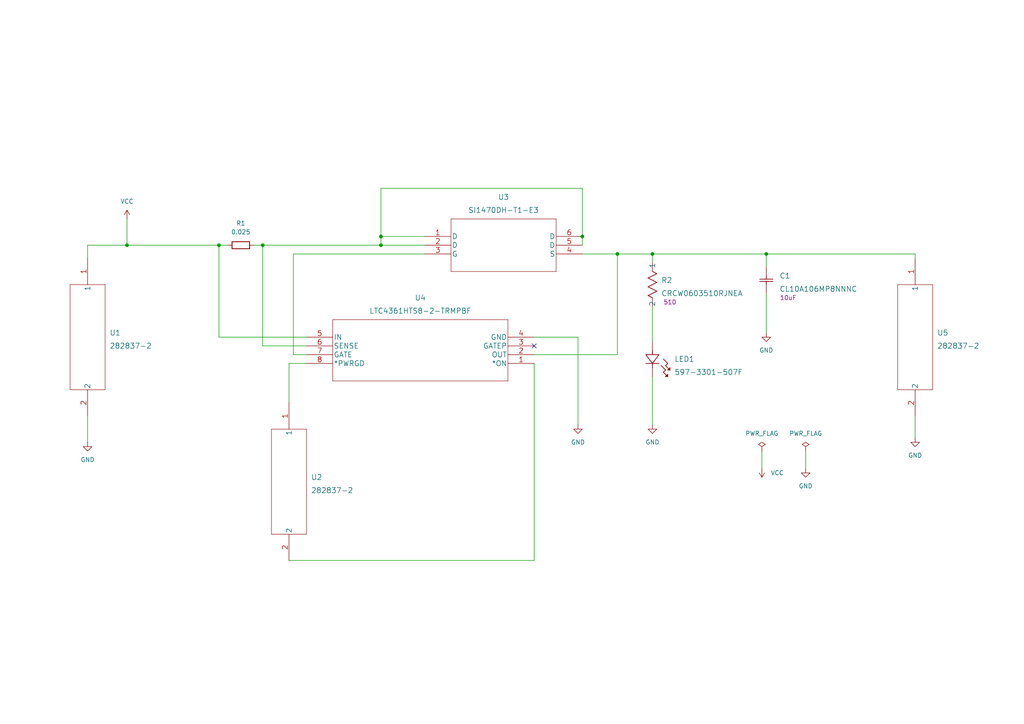
<source format=kicad_sch>
(kicad_sch (version 20211123) (generator eeschema)
  (paper "A4")
  (lib_symbols
    (symbol "282837-2:282837-2" (pin_names (offset 0.254))
      (property "Reference" "U" (at 22.86 10.16 0))
      (property "Value" "282837-2" (at 22.86 7.62 0))
      (symbol "282837-2_1_1"
        (polyline (pts (xy 7.62 -5.08) (xy 38.1 -5.08)) (stroke (width 0.127)))
        (polyline (pts (xy 7.62 5.08) (xy 7.62 -5.08)) (stroke (width 0.127)))
        (polyline (pts (xy 38.1 -5.08) (xy 38.1 5.08)) (stroke (width 0.127)))
        (polyline (pts (xy 38.1 5.08) (xy 7.62 5.08)) (stroke (width 0.127)))
        (pin unspecified line (at 0 0 0) (length 7.62) (name "1") (number "1"))
        (pin unspecified line (at 45.72 0 180) (length 7.62) (name "2") (number "2"))
      )
    )
    (symbol "597-3301-507F:597-3301-507F" (pin_numbers hide) (pin_names hide)
      (property "Reference" "LED" (at 5.08 -4.445 0))
      (property "Value" "597-3301-507F" (at 5.08 -7.62 0))
      (symbol "597-3301-507F_1_1"
        (polyline (pts (xy 2.54 0) (xy 3.4798 0)) (stroke (width 0.2032)))
        (polyline (pts (xy 3.175 0) (xy 3.81 0)) (stroke (width 0.2032)))
        (polyline (pts (xy 3.81 -1.905) (xy 6.35 0)) (stroke (width 0.2032)))
        (polyline (pts (xy 3.81 1.905) (xy 3.81 -1.905)) (stroke (width 0.2032)))
        (polyline (pts (xy 5.08 3.175) (xy 6.35 4.445)) (stroke (width 0.2032)))
        (polyline (pts (xy 6.35 -1.905) (xy 6.35 1.905)) (stroke (width 0.2032)))
        (polyline (pts (xy 6.35 0) (xy 3.81 1.905)) (stroke (width 0.2032)))
        (polyline (pts (xy 6.35 0) (xy 7.62 0)) (stroke (width 0.2032)))
        (polyline (pts (xy 6.35 4.445) (xy 6.985 3.81)) (stroke (width 0.2032)))
        (polyline (pts (xy 6.985 2.54) (xy 8.255 3.81)) (stroke (width 0.2032)))
        (polyline (pts (xy 6.985 3.81) (xy 8.255 5.08)) (stroke (width 0.2032)))
        (polyline (pts (xy 7.62 5.08) (xy 8.255 4.445)) (stroke (width 0.2032)))
        (polyline (pts (xy 8.255 3.81) (xy 8.89 3.175)) (stroke (width 0.2032)))
        (polyline (pts (xy 8.255 4.445) (xy 8.255 5.08)) (stroke (width 0.2032)))
        (polyline (pts (xy 8.255 5.08) (xy 7.62 5.08)) (stroke (width 0.2032)))
        (polyline (pts (xy 8.89 3.175) (xy 10.16 4.445)) (stroke (width 0.2032)))
        (polyline (pts (xy 9.525 4.445) (xy 10.16 3.81)) (stroke (width 0.2032)))
        (polyline (pts (xy 10.16 3.81) (xy 10.16 4.445)) (stroke (width 0.2032)))
        (polyline (pts (xy 10.16 4.445) (xy 9.525 4.445)) (stroke (width 0.2032)))
        (pin unspecified line (at 10.16 0 180) (length 2.54) (name "1") (number "1"))
        (pin unspecified line (at 0 0 0) (length 2.54) (name "2") (number "2"))
      )
    )
    (symbol "CL10A106MP8NNNC:CL10A106MP8NNNC" (pin_numbers hide) (pin_names (offset 1.651) hide)
      (property "Reference" "C" (at 3.81 3.81 0))
      (property "Value" "CL10A106MP8NNNC" (at 3.81 -7.62 0))
      (symbol "CL10A106MP8NNNC_1_1"
        (polyline (pts (xy 2.54 0) (xy 3.4798 0)) (stroke (width 0.2032)))
        (polyline (pts (xy 3.4798 -1.905) (xy 3.4798 1.905)) (stroke (width 0.2032)))
        (polyline (pts (xy 4.1148 -1.905) (xy 4.1148 1.905)) (stroke (width 0.2032)))
        (polyline (pts (xy 4.1148 0) (xy 5.08 0)) (stroke (width 0.2032)))
        (pin unspecified line (at 0 0 0) (length 2.54) (name "1") (number "1"))
        (pin unspecified line (at 7.62 0 180) (length 2.54) (name "2") (number "2"))
      )
    )
    (symbol "CRCW0603510RJNEA:CRCW0603510RJNEA" (pin_numbers hide) (pin_names (offset -2.54))
      (property "Reference" "R" (at 5.715 3.81 0))
      (property "Value" "CRCW0603510RJNEA" (at 6.35 -6.985 0))
      (symbol "CRCW0603510RJNEA_1_1"
        (polyline (pts (xy 2.54 0) (xy 3.175 1.27)) (stroke (width 0.2032)))
        (polyline (pts (xy 3.175 1.27) (xy 4.445 -1.27)) (stroke (width 0.2032)))
        (polyline (pts (xy 4.445 -1.27) (xy 5.715 1.27)) (stroke (width 0.2032)))
        (polyline (pts (xy 5.715 1.27) (xy 6.985 -1.27)) (stroke (width 0.2032)))
        (polyline (pts (xy 6.985 -1.27) (xy 8.255 1.27)) (stroke (width 0.2032)))
        (polyline (pts (xy 8.255 1.27) (xy 9.525 -1.27)) (stroke (width 0.2032)))
        (polyline (pts (xy 9.525 -1.27) (xy 10.16 0)) (stroke (width 0.2032)))
        (pin unspecified line (at 12.7 0 180) (length 2.54) (name "1") (number "1"))
        (pin unspecified line (at 0 0 0) (length 2.54) (name "2") (number "2"))
      )
    )
    (symbol "Device:R" (pin_numbers hide) (pin_names (offset 0))
      (property "Reference" "R" (at 2.032 0 90))
      (property "Value" "R" (at 0 0 90))
      (symbol "R_0_1"
        (rectangle (start -1.016 -2.54) (end 1.016 2.54) (stroke (width 0.254)))
      )
      (symbol "R_1_1"
        (pin passive line (at 0 3.81 270) (length 1.27) (name "~") (number "1"))
        (pin passive line (at 0 -3.81 90) (length 1.27) (name "~") (number "2"))
      )
    )
    (symbol "LTC4361HTS8-2-TRMPBF:LTC4361HTS8-2-TRMPBF" (pin_names (offset 0.254))
      (property "Reference" "U" (at 33.02 10.16 0))
      (property "Value" "LTC4361HTS8-2-TRMPBF" (at 33.02 7.62 0))
      (symbol "LTC4361HTS8-2-TRMPBF_1_1"
        (polyline (pts (xy 7.62 -12.7) (xy 58.42 -12.7)) (stroke (width 0.127)))
        (polyline (pts (xy 7.62 5.08) (xy 7.62 -12.7)) (stroke (width 0.127)))
        (polyline (pts (xy 58.42 -12.7) (xy 58.42 5.08)) (stroke (width 0.127)))
        (polyline (pts (xy 58.42 5.08) (xy 7.62 5.08)) (stroke (width 0.127)))
        (pin input line (at 0 0 0) (length 7.62) (name "*ON") (number "1"))
        (pin output line (at 0 -2.54 0) (length 7.62) (name "OUT") (number "2"))
        (pin unspecified line (at 0 -5.08 0) (length 7.62) (name "GATEP") (number "3"))
        (pin power_in line (at 0 -7.62 0) (length 7.62) (name "GND") (number "4"))
        (pin input line (at 66.04 -7.62 180) (length 7.62) (name "IN") (number "5"))
        (pin input line (at 66.04 -5.08 180) (length 7.62) (name "SENSE") (number "6"))
        (pin unspecified line (at 66.04 -2.54 180) (length 7.62) (name "GATE") (number "7"))
        (pin output line (at 66.04 0 180) (length 7.62) (name "*PWRGD") (number "8"))
      )
    )
    (symbol "SI1470DH-T1-E3:SI1470DH-T1-E3" (pin_names (offset 0.254))
      (property "Reference" "U" (at 22.86 10.16 0))
      (property "Value" "SI1470DH-T1-E3" (at 22.86 7.62 0))
      (symbol "SI1470DH-T1-E3_1_1"
        (polyline (pts (xy 7.62 -10.16) (xy 38.1 -10.16)) (stroke (width 0.127)))
        (polyline (pts (xy 7.62 5.08) (xy 7.62 -10.16)) (stroke (width 0.127)))
        (polyline (pts (xy 38.1 -10.16) (xy 38.1 5.08)) (stroke (width 0.127)))
        (polyline (pts (xy 38.1 5.08) (xy 7.62 5.08)) (stroke (width 0.127)))
        (pin unspecified line (at 0 0 0) (length 7.62) (name "D") (number "1"))
        (pin unspecified line (at 0 -2.54 0) (length 7.62) (name "D") (number "2"))
        (pin unspecified line (at 0 -5.08 0) (length 7.62) (name "G") (number "3"))
        (pin unspecified line (at 45.72 -5.08 180) (length 7.62) (name "S") (number "4"))
        (pin unspecified line (at 45.72 -2.54 180) (length 7.62) (name "D") (number "5"))
        (pin unspecified line (at 45.72 0 180) (length 7.62) (name "D") (number "6"))
      )
    )
    (symbol "power:GND" (power) (pin_names (offset 0))
      (property "Value" "GND" (at 0 -3.81 0))
      (symbol "GND_0_1"
        (polyline (pts (xy 0 0) (xy 0 -1.27) (xy 1.27 -1.27) (xy 0 -2.54) (xy -1.27 -1.27) (xy 0 -1.27)))
      )
      (symbol "GND_1_1"
        (pin power_in line (at 0 0 270) (length 0) hide (name "GND") (number "1"))
      )
    )
    (symbol "power:PWR_FLAG" (power) (pin_numbers hide) (pin_names (offset 0) hide)
      (property "Value" "PWR_FLAG" (at 0 3.81 0))
      (symbol "PWR_FLAG_0_0"
        (pin power_out line (at 0 0 90) (length 0) (name "pwr") (number "1"))
      )
      (symbol "PWR_FLAG_0_1"
        (polyline (pts (xy 0 0) (xy 0 1.27) (xy -1.016 1.905) (xy 0 2.54) (xy 1.016 1.905) (xy 0 1.27)))
      )
    )
    (symbol "power:VCC" (power) (pin_names (offset 0))
      (property "Value" "VCC" (at 0 3.81 0))
      (symbol "VCC_0_1"
        (polyline (pts (xy -0.762 1.27) (xy 0 2.54)))
        (polyline (pts (xy 0 0) (xy 0 2.54)))
        (polyline (pts (xy 0 2.54) (xy 0.762 1.27)))
      )
      (symbol "VCC_1_1"
        (pin power_in line (at 0 0 90) (length 0) hide (name "VCC") (number "1"))
      )
    )
  )
  (junction (at 110.49 68.58))
  (junction (at 76.2 71.12))
  (junction (at 189.23 73.66))
  (junction (at 168.91 68.58))
  (junction (at 63.5 71.12))
  (junction (at 36.83 71.12))
  (junction (at 179.07 73.66))
  (junction (at 110.49 71.12))
  (junction (at 222.25 73.66))
  (no_connect (at 154.94 100.33))
  (wire (pts (xy 154.94 102.87) (xy 179.07 102.87)))
  (wire (pts (xy 189.23 73.66) (xy 189.23 76.2)))
  (wire (pts (xy 88.9 105.41) (xy 83.82 105.41)))
  (wire (pts (xy 179.07 102.87) (xy 179.07 73.66)))
  (wire (pts (xy 168.91 73.66) (xy 179.07 73.66)))
  (wire (pts (xy 222.25 73.66) (xy 265.43 73.66)))
  (wire (pts (xy 179.07 73.66) (xy 189.23 73.66)))
  (wire (pts (xy 73.66 71.12) (xy 76.2 71.12)))
  (wire (pts (xy 88.9 102.87) (xy 85.09 102.87)))
  (wire (pts (xy 63.5 97.79) (xy 63.5 71.12)))
  (wire (pts (xy 154.94 162.56) (xy 83.82 162.56)))
  (wire (pts (xy 25.4 120.65) (xy 25.4 128.27)))
  (wire (pts (xy 154.94 97.79) (xy 167.64 97.79)))
  (wire (pts (xy 189.23 88.9) (xy 189.23 99.06)))
  (wire (pts (xy 85.09 102.87) (xy 85.09 73.66)))
  (wire (pts (xy 25.4 71.12) (xy 36.83 71.12)))
  (wire (pts (xy 222.25 73.66) (xy 222.25 77.47)))
  (wire (pts (xy 36.83 63.5) (xy 36.83 71.12)))
  (wire (pts (xy 222.25 85.09) (xy 222.25 96.52)))
  (wire (pts (xy 36.83 71.12) (xy 63.5 71.12)))
  (wire (pts (xy 63.5 71.12) (xy 66.04 71.12)))
  (wire (pts (xy 189.23 109.22) (xy 189.23 123.19)))
  (wire (pts (xy 189.23 73.66) (xy 222.25 73.66)))
  (wire (pts (xy 220.98 130.81) (xy 220.98 135.89)))
  (wire (pts (xy 76.2 100.33) (xy 76.2 71.12)))
  (wire (pts (xy 85.09 73.66) (xy 123.19 73.66)))
  (wire (pts (xy 168.91 68.58) (xy 168.91 71.12)))
  (wire (pts (xy 168.91 54.61) (xy 110.49 54.61)))
  (wire (pts (xy 110.49 54.61) (xy 110.49 68.58)))
  (wire (pts (xy 88.9 100.33) (xy 76.2 100.33)))
  (wire (pts (xy 25.4 74.93) (xy 25.4 71.12)))
  (wire (pts (xy 154.94 105.41) (xy 154.94 162.56)))
  (wire (pts (xy 83.82 105.41) (xy 83.82 116.84)))
  (wire (pts (xy 265.43 120.65) (xy 265.43 127)))
  (wire (pts (xy 88.9 97.79) (xy 63.5 97.79)))
  (wire (pts (xy 123.19 68.58) (xy 110.49 68.58)))
  (wire (pts (xy 168.91 54.61) (xy 168.91 68.58)))
  (wire (pts (xy 265.43 73.66) (xy 265.43 74.93)))
  (wire (pts (xy 110.49 68.58) (xy 110.49 71.12)))
  (wire (pts (xy 233.68 130.81) (xy 233.68 135.89)))
  (wire (pts (xy 76.2 71.12) (xy 110.49 71.12)))
  (wire (pts (xy 110.49 71.12) (xy 123.19 71.12)))
  (wire (pts (xy 167.64 97.79) (xy 167.64 123.19)))
  (symbol (lib_id "power:GND") (at 167.64 123.19 0) (unit 1)
    (property "Reference" "#PWR03" (effects hide))
    (property "Value" "GND" (at 167.64 128.27 0))
  )
  (symbol (lib_id "Device:R") (at 69.85 71.12 90) (unit 1)
    (property "Reference" "R1" (at 69.85 64.77 90))
    (property "Value" "0.025" (at 69.85 67.31 90))
    (property "Footprint" "myfootprints:WSL0603R0510FEA" (effects hide))
  )
  (symbol (lib_id "597-3301-507F:597-3301-507F") (at 189.23 99.06 270) (unit 1)
    (property "Reference" "LED1" (at 195.58 104.14 90) (effects (font (size 1.524 1.524)) (justify left)))
    (property "Value" "597-3301-507F" (at 195.58 107.95 90) (effects (font (size 1.524 1.524)) (justify left)))
    (property "Footprint" "myfootprints:597-3301-507F" (effects hide))
  )
  (symbol (lib_id "LTC4361HTS8-2-TRMPBF:LTC4361HTS8-2-TRMPBF") (at 154.94 105.41 180) (unit 1)
    (property "Reference" "U4" (at 121.92 86.36 0) (effects (font (size 1.524 1.524))))
    (property "Value" "LTC4361HTS8-2-TRMPBF" (at 121.92 90.17 0) (effects (font (size 1.524 1.524))))
    (property "Footprint" "myfootprints:LTC4361HTS8-2-TRMPBF" (effects hide))
  )
  (symbol (lib_id "CRCW0603510RJNEA:CRCW0603510RJNEA") (at 189.23 88.9 90) (unit 1)
    (property "Reference" "R2" (at 191.77 81.28 90) (effects (font (size 1.524 1.524)) (justify right)))
    (property "Value" "CRCW0603510RJNEA" (at 191.77 85.09 90) (effects (font (size 1.524 1.524)) (justify right)))
    (property "Footprint" "myfootprints:CRCW0603510RJNEA" (effects hide))
    (property "Rvalue" "510" (at 194.31 87.63 90))
  )
  (symbol (lib_id "power:VCC") (at 36.83 63.5 0) (unit 1)
    (property "Reference" "#PWR02" (effects hide))
    (property "Value" "VCC" (at 36.83 58.42 0))
  )
  (symbol (lib_id "power:PWR_FLAG") (at 220.98 130.81 0) (unit 1)
    (property "Reference" "#FLG0101" (effects hide))
    (property "Value" "PWR_FLAG" (at 220.98 125.73 0))
  )
  (symbol (lib_id "SI1470DH-T1-E3:SI1470DH-T1-E3") (at 123.19 68.58 0) (unit 1)
    (property "Reference" "U3" (at 146.05 57.15 0) (effects (font (size 1.524 1.524))))
    (property "Value" "SI1470DH-T1-E3" (at 146.05 60.96 0) (effects (font (size 1.524 1.524))))
    (property "Footprint" "myfootprints:SI1470DH-T1-E3" (effects hide))
  )
  (symbol (lib_id "power:GND") (at 25.4 128.27 0) (unit 1)
    (property "Reference" "#PWR01" (effects hide))
    (property "Value" "GND" (at 25.4 133.35 0))
  )
  (symbol (lib_id "power:PWR_FLAG") (at 233.68 130.81 0) (unit 1)
    (property "Reference" "#FLG0102" (effects hide))
    (property "Value" "PWR_FLAG" (at 233.68 125.73 0))
  )
  (symbol (lib_id "282837-2:282837-2") (at 25.4 74.93 270) (unit 1)
    (property "Reference" "U1" (at 31.75 96.52 90) (effects (font (size 1.524 1.524)) (justify left)))
    (property "Value" "282837-2" (at 31.75 100.33 90) (effects (font (size 1.524 1.524)) (justify left)))
    (property "Footprint" "myfootprints:282837-2" (effects hide))
  )
  (symbol (lib_id "power:GND") (at 189.23 123.19 0) (unit 1)
    (property "Reference" "#PWR04" (effects hide))
    (property "Value" "GND" (at 189.23 128.27 0))
  )
  (symbol (lib_id "power:VCC") (at 220.98 135.89 180) (unit 1)
    (property "Reference" "#PWR0101" (effects hide))
    (property "Value" "VCC" (at 223.52 137.1599 0) (effects (justify right)))
  )
  (symbol (lib_id "282837-2:282837-2") (at 83.82 116.84 270) (unit 1)
    (property "Reference" "U2" (at 90.17 138.43 90) (effects (font (size 1.524 1.524)) (justify left)))
    (property "Value" "282837-2" (at 90.17 142.24 90) (effects (font (size 1.524 1.524)) (justify left)))
    (property "Footprint" "myfootprints:282837-2" (effects hide))
  )
  (symbol (lib_id "power:GND") (at 265.43 127 0) (unit 1)
    (property "Reference" "#PWR06" (effects hide))
    (property "Value" "GND" (at 265.43 132.08 0))
  )
  (symbol (lib_id "power:GND") (at 222.25 96.52 0) (unit 1)
    (property "Reference" "#PWR05" (effects hide))
    (property "Value" "GND" (at 222.25 101.6 0))
  )
  (symbol (lib_id "power:GND") (at 233.68 135.89 0) (unit 1)
    (property "Reference" "#PWR0102" (effects hide))
    (property "Value" "GND" (at 233.68 140.97 0))
  )
  (symbol (lib_id "282837-2:282837-2") (at 265.43 74.93 270) (unit 1)
    (property "Reference" "U5" (at 271.78 96.52 90) (effects (font (size 1.524 1.524)) (justify left)))
    (property "Value" "282837-2" (at 271.78 100.33 90) (effects (font (size 1.524 1.524)) (justify left)))
    (property "Footprint" "myfootprints:282837-2" (effects hide))
  )
  (symbol (lib_id "CL10A106MP8NNNC:CL10A106MP8NNNC") (at 222.25 85.09 90) (unit 1)
    (property "Reference" "C1" (at 226.06 80.01 90) (effects (font (size 1.524 1.524)) (justify right)))
    (property "Value" "CL10A106MP8NNNC" (at 226.06 83.82 90) (effects (font (size 1.524 1.524)) (justify right)))
    (property "Footprint" "myfootprints:CL10A106MP8NNNC" (effects hide))
    (property "Cvalue" "10uF" (at 228.6 86.36 90))
  )
)
</source>
